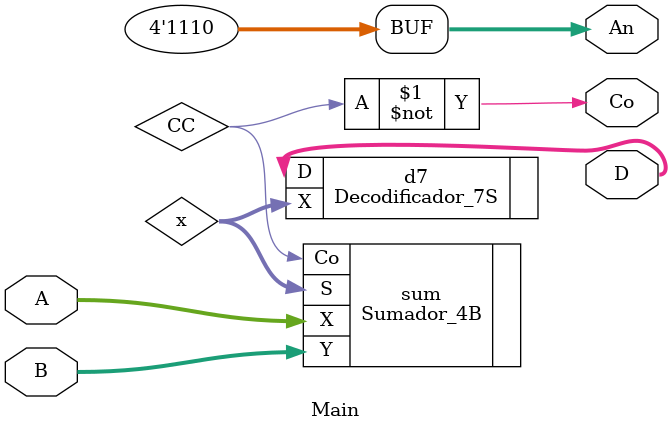
<source format=v>
`timescale 1ns / 1ps

module Main(A,B,D,An,Co);
	
	input [3:0] A;
	input [3:0] B;
	output [6:0] D;
	output Co;
	output [3:0] An;
	
	wire [3:0] x;
	wire CC;
	
	assign An = 4'b1110;
	
	Sumador_4B sum (.X(A),.Y(B),.S(x),.Co(CC));
	Decodificador_7S d7 (.X(x),.D(D));
	not(Co,CC);
	
endmodule

</source>
